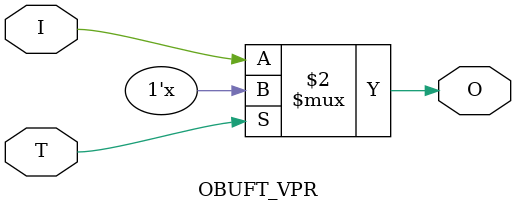
<source format=v>
module OBUFT_VPR (
	input  I,
    input  T,
	output O
);
  parameter [0:0] LVCMOS12_DRIVE_I12 = 1'b0;
  parameter [0:0] LVCMOS12_DRIVE_I4 = 1'b0;
  parameter [0:0] LVCMOS12_LVCMOS15_LVCMOS18_LVCMOS25_LVCMOS33_LVTTL_SLEW_FAST = 1'b0;
  parameter [0:0] LVCMOS12_LVCMOS15_LVCMOS18_LVCMOS25_LVCMOS33_LVTTL_SSTL135_SSTL15_SLEW_SLOW = 1'b0;
  parameter [0:0] LVCMOS12_LVCMOS15_LVCMOS18_SSTL135_SSTL15_STEPDOWN = 1'b0;
  parameter [0:0] LVCMOS12_LVCMOS25_DRIVE_I8 = 1'b0;
  parameter [0:0] LVCMOS15_DRIVE_I12 = 1'b0;
  parameter [0:0] LVCMOS15_DRIVE_I8 = 1'b0;
  parameter [0:0] LVCMOS15_LVCMOS18_LVCMOS25_DRIVE_I4 = 1'b0;
  parameter [0:0] LVCMOS15_SSTL15_DRIVE_I16_I_FIXED = 1'b0;
  parameter [0:0] LVCMOS18_DRIVE_I12_I8 = 1'b0;
  parameter [0:0] LVCMOS18_DRIVE_I16 = 1'b0;
  parameter [0:0] LVCMOS18_DRIVE_I24 = 1'b0;
  parameter [0:0] LVCMOS25_DRIVE_I12 = 1'b0;
  parameter [0:0] LVCMOS25_DRIVE_I16 = 1'b0;
  parameter [0:0] LVCMOS33_DRIVE_I16 = 1'b0;
  parameter [0:0] LVCMOS33_LVTTL_DRIVE_I12_I16 = 1'b0;
  parameter [0:0] LVCMOS33_LVTTL_DRIVE_I12_I8 = 1'b0;
  parameter [0:0] LVCMOS33_LVTTL_DRIVE_I4 = 1'b0;
  parameter [0:0] LVTTL_DRIVE_I24 = 1'b0;
  parameter [0:0] SSTL135_DRIVE_I_FIXED = 1'b0;
  parameter [0:0] SSTL135_SSTL15_SLEW_FAST = 1'b0;
  parameter [0:0] PULLTYPE_PULLUP = 1'b0;
  parameter [0:0] PULLTYPE_PULLDOWN = 1'b0;
  parameter [0:0] PULLTYPE_NONE = 1'b0;
  parameter [0:0] PULLTYPE_KEEPER = 1'b0;
  parameter PULLTYPE = "";
  parameter IOSTANDARD = "";
  parameter DRIVE = 0;
  parameter SLEW = "";
  assign O = (T == 1'b0) ? I : 1'bz;
endmodule
</source>
